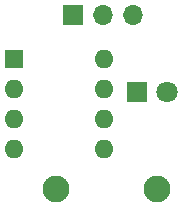
<source format=gbr>
%TF.GenerationSoftware,KiCad,Pcbnew,7.0.6-0*%
%TF.CreationDate,2023-08-01T18:43:18-04:00*%
%TF.ProjectId,PIR_Sensor,5049525f-5365-46e7-936f-722e6b696361,rev?*%
%TF.SameCoordinates,Original*%
%TF.FileFunction,Soldermask,Bot*%
%TF.FilePolarity,Negative*%
%FSLAX46Y46*%
G04 Gerber Fmt 4.6, Leading zero omitted, Abs format (unit mm)*
G04 Created by KiCad (PCBNEW 7.0.6-0) date 2023-08-01 18:43:18*
%MOMM*%
%LPD*%
G01*
G04 APERTURE LIST*
G04 Aperture macros list*
%AMFreePoly0*
4,1,35,0.312797,1.099367,0.509479,1.023172,0.688811,0.912134,0.844687,0.770034,0.971798,0.601712,1.065816,0.412899,1.123538,0.210026,1.143000,0.000000,1.123538,-0.210026,1.065816,-0.412899,0.971798,-0.601712,0.844687,-0.770034,0.688811,-0.912134,0.509479,-1.023172,0.312797,-1.099367,0.105463,-1.138124,-0.105463,-1.138124,-0.312797,-1.099367,-0.509479,-1.023172,-0.688811,-0.912134,
-0.844687,-0.770034,-0.971798,-0.601712,-1.065816,-0.412899,-1.123538,-0.210026,-1.143000,0.000000,-1.123538,0.210026,-1.065816,0.412899,-0.971798,0.601712,-0.844687,0.770034,-0.688811,0.912134,-0.509479,1.023172,-0.312797,1.099367,-0.105463,1.138124,0.105463,1.138124,0.312797,1.099367,0.312797,1.099367,$1*%
G04 Aperture macros list end*
%ADD10R,1.800000X1.800000*%
%ADD11C,1.800000*%
%ADD12R,1.700000X1.700000*%
%ADD13O,1.700000X1.700000*%
%ADD14FreePoly0,0.000000*%
%ADD15R,1.600000X1.600000*%
%ADD16O,1.600000X1.600000*%
G04 APERTURE END LIST*
D10*
%TO.C,D1*%
X152400000Y-96520000D03*
D11*
X154940000Y-96520000D03*
%TD*%
D12*
%TO.C,U3*%
X147000000Y-90000000D03*
D13*
X149540000Y-90000000D03*
X152080000Y-90000000D03*
%TD*%
D14*
%TO.C,R1*%
X145610000Y-104730000D03*
X154110000Y-104730000D03*
%TD*%
D15*
%TO.C,U1*%
X142000000Y-93730000D03*
D16*
X142000000Y-96270000D03*
X142000000Y-98810000D03*
X142000000Y-101350000D03*
X149620000Y-101350000D03*
X149620000Y-98810000D03*
X149620000Y-96270000D03*
X149620000Y-93730000D03*
%TD*%
M02*

</source>
